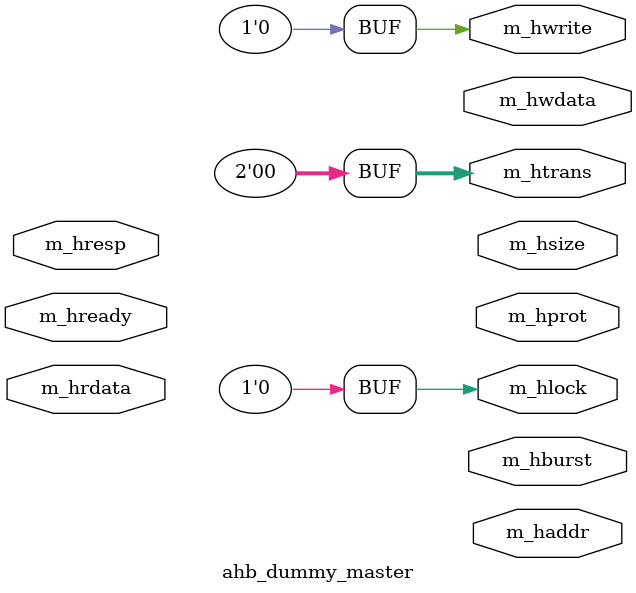
<source format=v>

module ahb_dummy_slave (
	//AHB Slave (slave)
	input				hclk			,
	input				resetn			, //synchronous active low reset
	input		[31:0]	ahb_haddr		,
	input		[ 1:0]	ahb_hsize		,
	input		[ 1:0]	ahb_htrans		,
	input		[31:0]	ahb_hwdata		,
	input				ahb_hwrite		,
	input				ahb_hready		,
	input				ahb_hselx		,
	output		[31:0] 	ahb_hrdata		,
	output				ahb_hresp		,
	output				ahb_hreadyout	
);
	parameter [31:0] READDATA = 32'h0;

	ahb2amm i_ahb2amm (
		//Avalon MM interface (master)
		.aclk			(	hclk			),
		.aresetn		(	resetn			), //synchronous active low reset
		.amm_address	(					),
		.amm_writedata	(					),
		.amm_byteenable	(					),
		.amm_write		(					),
		.amm_read		(					),
		.amm_readdata	(	READDATA		),
		.amm_waitrequest(	1'b0			),
		//AHB Lite interface (slave)
		.ahb_haddr		(	ahb_haddr		),
		.ahb_hsize		(	ahb_hsize		),
		.ahb_htrans		(	ahb_htrans 		), // enable gates the htrans input to ignore transactions when disabled
		.ahb_hwdata		(	ahb_hwdata		),
		.ahb_hwrite		(	ahb_hwrite		),
		.ahb_hready		(	ahb_hready		),
		.ahb_hselx		(	ahb_hselx		),
		.ahb_hrdata		(	ahb_hrdata		),
		.ahb_hresp		(	ahb_hresp		),
		.ahb_hreadyout	(	ahb_hreadyout	)
	);

endmodule

module ahb_dummy_master (
	output		[31:0]	m_haddr		,
	output		[ 1:0]	m_hsize		,
	output		[ 2:0]	m_hburst	,
	output		[ 3:0]	m_hprot		,
	output		[ 1:0]	m_htrans	,
	output		[31:0]	m_hwdata	,
	output				m_hlock		,
	output				m_hwrite	,
	input		[31:0] 	m_hrdata	,
	input				m_hresp		,
	input				m_hready	
);

	assign m_htrans = 2'b00;
	assign m_hwrite = 1'b0 ;
	assign m_hlock  = 1'b0 ;
	
endmodule

</source>
